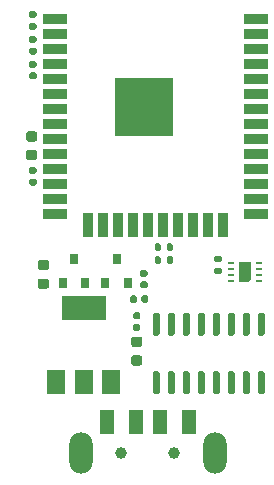
<source format=gbr>
G04 #@! TF.GenerationSoftware,KiCad,Pcbnew,(5.1.9)-1*
G04 #@! TF.CreationDate,2021-06-19T22:19:12+01:00*
G04 #@! TF.ProjectId,temp_sensor,74656d70-5f73-4656-9e73-6f722e6b6963,rev?*
G04 #@! TF.SameCoordinates,Original*
G04 #@! TF.FileFunction,Soldermask,Top*
G04 #@! TF.FilePolarity,Negative*
%FSLAX46Y46*%
G04 Gerber Fmt 4.6, Leading zero omitted, Abs format (unit mm)*
G04 Created by KiCad (PCBNEW (5.1.9)-1) date 2021-06-19 22:19:12*
%MOMM*%
%LPD*%
G01*
G04 APERTURE LIST*
%ADD10O,2.000000X3.500000*%
%ADD11R,1.200000X2.000000*%
%ADD12C,1.000000*%
%ADD13R,0.550000X0.250000*%
%ADD14C,0.100000*%
%ADD15R,2.000000X0.900000*%
%ADD16R,0.900000X2.000000*%
%ADD17R,5.000000X5.000000*%
%ADD18R,1.500000X2.000000*%
%ADD19R,3.800000X2.000000*%
%ADD20R,0.800000X0.900000*%
G04 APERTURE END LIST*
G36*
G01*
X60860000Y-62915000D02*
X60860000Y-63285000D01*
G75*
G02*
X60725000Y-63420000I-135000J0D01*
G01*
X60455000Y-63420000D01*
G75*
G02*
X60320000Y-63285000I0J135000D01*
G01*
X60320000Y-62915000D01*
G75*
G02*
X60455000Y-62780000I135000J0D01*
G01*
X60725000Y-62780000D01*
G75*
G02*
X60860000Y-62915000I0J-135000D01*
G01*
G37*
G36*
G01*
X61880000Y-62915000D02*
X61880000Y-63285000D01*
G75*
G02*
X61745000Y-63420000I-135000J0D01*
G01*
X61475000Y-63420000D01*
G75*
G02*
X61340000Y-63285000I0J135000D01*
G01*
X61340000Y-62915000D01*
G75*
G02*
X61475000Y-62780000I135000J0D01*
G01*
X61745000Y-62780000D01*
G75*
G02*
X61880000Y-62915000I0J-135000D01*
G01*
G37*
G36*
G01*
X60860000Y-61815000D02*
X60860000Y-62185000D01*
G75*
G02*
X60725000Y-62320000I-135000J0D01*
G01*
X60455000Y-62320000D01*
G75*
G02*
X60320000Y-62185000I0J135000D01*
G01*
X60320000Y-61815000D01*
G75*
G02*
X60455000Y-61680000I135000J0D01*
G01*
X60725000Y-61680000D01*
G75*
G02*
X60860000Y-61815000I0J-135000D01*
G01*
G37*
G36*
G01*
X61880000Y-61815000D02*
X61880000Y-62185000D01*
G75*
G02*
X61745000Y-62320000I-135000J0D01*
G01*
X61475000Y-62320000D01*
G75*
G02*
X61340000Y-62185000I0J135000D01*
G01*
X61340000Y-61815000D01*
G75*
G02*
X61475000Y-61680000I135000J0D01*
G01*
X61745000Y-61680000D01*
G75*
G02*
X61880000Y-61815000I0J-135000D01*
G01*
G37*
G36*
G01*
X65515000Y-63740000D02*
X65885000Y-63740000D01*
G75*
G02*
X66020000Y-63875000I0J-135000D01*
G01*
X66020000Y-64145000D01*
G75*
G02*
X65885000Y-64280000I-135000J0D01*
G01*
X65515000Y-64280000D01*
G75*
G02*
X65380000Y-64145000I0J135000D01*
G01*
X65380000Y-63875000D01*
G75*
G02*
X65515000Y-63740000I135000J0D01*
G01*
G37*
G36*
G01*
X65515000Y-62720000D02*
X65885000Y-62720000D01*
G75*
G02*
X66020000Y-62855000I0J-135000D01*
G01*
X66020000Y-63125000D01*
G75*
G02*
X65885000Y-63260000I-135000J0D01*
G01*
X65515000Y-63260000D01*
G75*
G02*
X65380000Y-63125000I0J135000D01*
G01*
X65380000Y-62855000D01*
G75*
G02*
X65515000Y-62720000I135000J0D01*
G01*
G37*
G36*
G01*
X51156250Y-63950000D02*
X50643750Y-63950000D01*
G75*
G02*
X50425000Y-63731250I0J218750D01*
G01*
X50425000Y-63293750D01*
G75*
G02*
X50643750Y-63075000I218750J0D01*
G01*
X51156250Y-63075000D01*
G75*
G02*
X51375000Y-63293750I0J-218750D01*
G01*
X51375000Y-63731250D01*
G75*
G02*
X51156250Y-63950000I-218750J0D01*
G01*
G37*
G36*
G01*
X51156250Y-65525000D02*
X50643750Y-65525000D01*
G75*
G02*
X50425000Y-65306250I0J218750D01*
G01*
X50425000Y-64868750D01*
G75*
G02*
X50643750Y-64650000I218750J0D01*
G01*
X51156250Y-64650000D01*
G75*
G02*
X51375000Y-64868750I0J-218750D01*
G01*
X51375000Y-65306250D01*
G75*
G02*
X51156250Y-65525000I-218750J0D01*
G01*
G37*
G36*
G01*
X50185000Y-42560000D02*
X49815000Y-42560000D01*
G75*
G02*
X49680000Y-42425000I0J135000D01*
G01*
X49680000Y-42155000D01*
G75*
G02*
X49815000Y-42020000I135000J0D01*
G01*
X50185000Y-42020000D01*
G75*
G02*
X50320000Y-42155000I0J-135000D01*
G01*
X50320000Y-42425000D01*
G75*
G02*
X50185000Y-42560000I-135000J0D01*
G01*
G37*
G36*
G01*
X50185000Y-43580000D02*
X49815000Y-43580000D01*
G75*
G02*
X49680000Y-43445000I0J135000D01*
G01*
X49680000Y-43175000D01*
G75*
G02*
X49815000Y-43040000I135000J0D01*
G01*
X50185000Y-43040000D01*
G75*
G02*
X50320000Y-43175000I0J-135000D01*
G01*
X50320000Y-43445000D01*
G75*
G02*
X50185000Y-43580000I-135000J0D01*
G01*
G37*
G36*
G01*
X60605000Y-69500000D02*
X60305000Y-69500000D01*
G75*
G02*
X60155000Y-69350000I0J150000D01*
G01*
X60155000Y-67700000D01*
G75*
G02*
X60305000Y-67550000I150000J0D01*
G01*
X60605000Y-67550000D01*
G75*
G02*
X60755000Y-67700000I0J-150000D01*
G01*
X60755000Y-69350000D01*
G75*
G02*
X60605000Y-69500000I-150000J0D01*
G01*
G37*
G36*
G01*
X61875000Y-69500000D02*
X61575000Y-69500000D01*
G75*
G02*
X61425000Y-69350000I0J150000D01*
G01*
X61425000Y-67700000D01*
G75*
G02*
X61575000Y-67550000I150000J0D01*
G01*
X61875000Y-67550000D01*
G75*
G02*
X62025000Y-67700000I0J-150000D01*
G01*
X62025000Y-69350000D01*
G75*
G02*
X61875000Y-69500000I-150000J0D01*
G01*
G37*
G36*
G01*
X63145000Y-69500000D02*
X62845000Y-69500000D01*
G75*
G02*
X62695000Y-69350000I0J150000D01*
G01*
X62695000Y-67700000D01*
G75*
G02*
X62845000Y-67550000I150000J0D01*
G01*
X63145000Y-67550000D01*
G75*
G02*
X63295000Y-67700000I0J-150000D01*
G01*
X63295000Y-69350000D01*
G75*
G02*
X63145000Y-69500000I-150000J0D01*
G01*
G37*
G36*
G01*
X64415000Y-69500000D02*
X64115000Y-69500000D01*
G75*
G02*
X63965000Y-69350000I0J150000D01*
G01*
X63965000Y-67700000D01*
G75*
G02*
X64115000Y-67550000I150000J0D01*
G01*
X64415000Y-67550000D01*
G75*
G02*
X64565000Y-67700000I0J-150000D01*
G01*
X64565000Y-69350000D01*
G75*
G02*
X64415000Y-69500000I-150000J0D01*
G01*
G37*
G36*
G01*
X65685000Y-69500000D02*
X65385000Y-69500000D01*
G75*
G02*
X65235000Y-69350000I0J150000D01*
G01*
X65235000Y-67700000D01*
G75*
G02*
X65385000Y-67550000I150000J0D01*
G01*
X65685000Y-67550000D01*
G75*
G02*
X65835000Y-67700000I0J-150000D01*
G01*
X65835000Y-69350000D01*
G75*
G02*
X65685000Y-69500000I-150000J0D01*
G01*
G37*
G36*
G01*
X66955000Y-69500000D02*
X66655000Y-69500000D01*
G75*
G02*
X66505000Y-69350000I0J150000D01*
G01*
X66505000Y-67700000D01*
G75*
G02*
X66655000Y-67550000I150000J0D01*
G01*
X66955000Y-67550000D01*
G75*
G02*
X67105000Y-67700000I0J-150000D01*
G01*
X67105000Y-69350000D01*
G75*
G02*
X66955000Y-69500000I-150000J0D01*
G01*
G37*
G36*
G01*
X68225000Y-69500000D02*
X67925000Y-69500000D01*
G75*
G02*
X67775000Y-69350000I0J150000D01*
G01*
X67775000Y-67700000D01*
G75*
G02*
X67925000Y-67550000I150000J0D01*
G01*
X68225000Y-67550000D01*
G75*
G02*
X68375000Y-67700000I0J-150000D01*
G01*
X68375000Y-69350000D01*
G75*
G02*
X68225000Y-69500000I-150000J0D01*
G01*
G37*
G36*
G01*
X69495000Y-69500000D02*
X69195000Y-69500000D01*
G75*
G02*
X69045000Y-69350000I0J150000D01*
G01*
X69045000Y-67700000D01*
G75*
G02*
X69195000Y-67550000I150000J0D01*
G01*
X69495000Y-67550000D01*
G75*
G02*
X69645000Y-67700000I0J-150000D01*
G01*
X69645000Y-69350000D01*
G75*
G02*
X69495000Y-69500000I-150000J0D01*
G01*
G37*
G36*
G01*
X69495000Y-74450000D02*
X69195000Y-74450000D01*
G75*
G02*
X69045000Y-74300000I0J150000D01*
G01*
X69045000Y-72650000D01*
G75*
G02*
X69195000Y-72500000I150000J0D01*
G01*
X69495000Y-72500000D01*
G75*
G02*
X69645000Y-72650000I0J-150000D01*
G01*
X69645000Y-74300000D01*
G75*
G02*
X69495000Y-74450000I-150000J0D01*
G01*
G37*
G36*
G01*
X68225000Y-74450000D02*
X67925000Y-74450000D01*
G75*
G02*
X67775000Y-74300000I0J150000D01*
G01*
X67775000Y-72650000D01*
G75*
G02*
X67925000Y-72500000I150000J0D01*
G01*
X68225000Y-72500000D01*
G75*
G02*
X68375000Y-72650000I0J-150000D01*
G01*
X68375000Y-74300000D01*
G75*
G02*
X68225000Y-74450000I-150000J0D01*
G01*
G37*
G36*
G01*
X66955000Y-74450000D02*
X66655000Y-74450000D01*
G75*
G02*
X66505000Y-74300000I0J150000D01*
G01*
X66505000Y-72650000D01*
G75*
G02*
X66655000Y-72500000I150000J0D01*
G01*
X66955000Y-72500000D01*
G75*
G02*
X67105000Y-72650000I0J-150000D01*
G01*
X67105000Y-74300000D01*
G75*
G02*
X66955000Y-74450000I-150000J0D01*
G01*
G37*
G36*
G01*
X65685000Y-74450000D02*
X65385000Y-74450000D01*
G75*
G02*
X65235000Y-74300000I0J150000D01*
G01*
X65235000Y-72650000D01*
G75*
G02*
X65385000Y-72500000I150000J0D01*
G01*
X65685000Y-72500000D01*
G75*
G02*
X65835000Y-72650000I0J-150000D01*
G01*
X65835000Y-74300000D01*
G75*
G02*
X65685000Y-74450000I-150000J0D01*
G01*
G37*
G36*
G01*
X64415000Y-74450000D02*
X64115000Y-74450000D01*
G75*
G02*
X63965000Y-74300000I0J150000D01*
G01*
X63965000Y-72650000D01*
G75*
G02*
X64115000Y-72500000I150000J0D01*
G01*
X64415000Y-72500000D01*
G75*
G02*
X64565000Y-72650000I0J-150000D01*
G01*
X64565000Y-74300000D01*
G75*
G02*
X64415000Y-74450000I-150000J0D01*
G01*
G37*
G36*
G01*
X63145000Y-74450000D02*
X62845000Y-74450000D01*
G75*
G02*
X62695000Y-74300000I0J150000D01*
G01*
X62695000Y-72650000D01*
G75*
G02*
X62845000Y-72500000I150000J0D01*
G01*
X63145000Y-72500000D01*
G75*
G02*
X63295000Y-72650000I0J-150000D01*
G01*
X63295000Y-74300000D01*
G75*
G02*
X63145000Y-74450000I-150000J0D01*
G01*
G37*
G36*
G01*
X61875000Y-74450000D02*
X61575000Y-74450000D01*
G75*
G02*
X61425000Y-74300000I0J150000D01*
G01*
X61425000Y-72650000D01*
G75*
G02*
X61575000Y-72500000I150000J0D01*
G01*
X61875000Y-72500000D01*
G75*
G02*
X62025000Y-72650000I0J-150000D01*
G01*
X62025000Y-74300000D01*
G75*
G02*
X61875000Y-74450000I-150000J0D01*
G01*
G37*
G36*
G01*
X60605000Y-74450000D02*
X60305000Y-74450000D01*
G75*
G02*
X60155000Y-74300000I0J150000D01*
G01*
X60155000Y-72650000D01*
G75*
G02*
X60305000Y-72500000I150000J0D01*
G01*
X60605000Y-72500000D01*
G75*
G02*
X60755000Y-72650000I0J-150000D01*
G01*
X60755000Y-74300000D01*
G75*
G02*
X60605000Y-74450000I-150000J0D01*
G01*
G37*
D10*
X54050000Y-79400000D03*
X65450000Y-79400000D03*
D11*
X56250000Y-76800000D03*
X58750000Y-76800000D03*
X60750000Y-76800000D03*
X63250000Y-76800000D03*
D12*
X62000000Y-79400000D03*
X57500000Y-79400000D03*
D13*
X69175000Y-64850000D03*
X69175000Y-64350000D03*
X69175000Y-63850000D03*
X69175000Y-63350000D03*
X66825000Y-63350000D03*
X66825000Y-63850000D03*
X66825000Y-64350000D03*
X66825000Y-64850000D03*
D14*
G36*
X67500000Y-63250000D02*
G01*
X68500000Y-63250000D01*
X68500000Y-64650000D01*
X68200000Y-64950000D01*
X67500000Y-64950000D01*
X67500000Y-63250000D01*
G37*
G36*
G01*
X50172500Y-55810000D02*
X49827500Y-55810000D01*
G75*
G02*
X49680000Y-55662500I0J147500D01*
G01*
X49680000Y-55367500D01*
G75*
G02*
X49827500Y-55220000I147500J0D01*
G01*
X50172500Y-55220000D01*
G75*
G02*
X50320000Y-55367500I0J-147500D01*
G01*
X50320000Y-55662500D01*
G75*
G02*
X50172500Y-55810000I-147500J0D01*
G01*
G37*
G36*
G01*
X50172500Y-56780000D02*
X49827500Y-56780000D01*
G75*
G02*
X49680000Y-56632500I0J147500D01*
G01*
X49680000Y-56337500D01*
G75*
G02*
X49827500Y-56190000I147500J0D01*
G01*
X50172500Y-56190000D01*
G75*
G02*
X50320000Y-56337500I0J-147500D01*
G01*
X50320000Y-56632500D01*
G75*
G02*
X50172500Y-56780000I-147500J0D01*
G01*
G37*
G36*
G01*
X49643750Y-53750000D02*
X50156250Y-53750000D01*
G75*
G02*
X50375000Y-53968750I0J-218750D01*
G01*
X50375000Y-54406250D01*
G75*
G02*
X50156250Y-54625000I-218750J0D01*
G01*
X49643750Y-54625000D01*
G75*
G02*
X49425000Y-54406250I0J218750D01*
G01*
X49425000Y-53968750D01*
G75*
G02*
X49643750Y-53750000I218750J0D01*
G01*
G37*
G36*
G01*
X49643750Y-52175000D02*
X50156250Y-52175000D01*
G75*
G02*
X50375000Y-52393750I0J-218750D01*
G01*
X50375000Y-52831250D01*
G75*
G02*
X50156250Y-53050000I-218750J0D01*
G01*
X49643750Y-53050000D01*
G75*
G02*
X49425000Y-52831250I0J218750D01*
G01*
X49425000Y-52393750D01*
G75*
G02*
X49643750Y-52175000I218750J0D01*
G01*
G37*
D15*
X68900000Y-42645000D03*
X68900000Y-43915000D03*
X68900000Y-45185000D03*
X68900000Y-46455000D03*
X68900000Y-47725000D03*
X68900000Y-48995000D03*
X68900000Y-50265000D03*
X68900000Y-51535000D03*
X68900000Y-52805000D03*
X68900000Y-54075000D03*
X68900000Y-55345000D03*
X68900000Y-56615000D03*
X68900000Y-57885000D03*
X68900000Y-59155000D03*
D16*
X66115000Y-60155000D03*
X64845000Y-60155000D03*
X63575000Y-60155000D03*
X62305000Y-60155000D03*
X61035000Y-60155000D03*
X59765000Y-60155000D03*
X58495000Y-60155000D03*
X57225000Y-60155000D03*
X55955000Y-60155000D03*
X54685000Y-60155000D03*
D15*
X51900000Y-59155000D03*
X51900000Y-57885000D03*
X51900000Y-56615000D03*
X51900000Y-55345000D03*
X51900000Y-54075000D03*
X51900000Y-52805000D03*
X51900000Y-51535000D03*
X51900000Y-50265000D03*
X51900000Y-48995000D03*
X51900000Y-47725000D03*
X51900000Y-46455000D03*
X51900000Y-45185000D03*
X51900000Y-43915000D03*
X51900000Y-42645000D03*
D17*
X59400000Y-50145000D03*
D18*
X52000000Y-73450000D03*
X56600000Y-73450000D03*
X54300000Y-73450000D03*
D19*
X54300000Y-67150000D03*
G36*
G01*
X50172500Y-44710000D02*
X49827500Y-44710000D01*
G75*
G02*
X49680000Y-44562500I0J147500D01*
G01*
X49680000Y-44267500D01*
G75*
G02*
X49827500Y-44120000I147500J0D01*
G01*
X50172500Y-44120000D01*
G75*
G02*
X50320000Y-44267500I0J-147500D01*
G01*
X50320000Y-44562500D01*
G75*
G02*
X50172500Y-44710000I-147500J0D01*
G01*
G37*
G36*
G01*
X50172500Y-45680000D02*
X49827500Y-45680000D01*
G75*
G02*
X49680000Y-45532500I0J147500D01*
G01*
X49680000Y-45237500D01*
G75*
G02*
X49827500Y-45090000I147500J0D01*
G01*
X50172500Y-45090000D01*
G75*
G02*
X50320000Y-45237500I0J-147500D01*
G01*
X50320000Y-45532500D01*
G75*
G02*
X50172500Y-45680000I-147500J0D01*
G01*
G37*
G36*
G01*
X58810000Y-66227500D02*
X58810000Y-66572500D01*
G75*
G02*
X58662500Y-66720000I-147500J0D01*
G01*
X58367500Y-66720000D01*
G75*
G02*
X58220000Y-66572500I0J147500D01*
G01*
X58220000Y-66227500D01*
G75*
G02*
X58367500Y-66080000I147500J0D01*
G01*
X58662500Y-66080000D01*
G75*
G02*
X58810000Y-66227500I0J-147500D01*
G01*
G37*
G36*
G01*
X59780000Y-66227500D02*
X59780000Y-66572500D01*
G75*
G02*
X59632500Y-66720000I-147500J0D01*
G01*
X59337500Y-66720000D01*
G75*
G02*
X59190000Y-66572500I0J147500D01*
G01*
X59190000Y-66227500D01*
G75*
G02*
X59337500Y-66080000I147500J0D01*
G01*
X59632500Y-66080000D01*
G75*
G02*
X59780000Y-66227500I0J-147500D01*
G01*
G37*
G36*
G01*
X59227500Y-64890000D02*
X59572500Y-64890000D01*
G75*
G02*
X59720000Y-65037500I0J-147500D01*
G01*
X59720000Y-65332500D01*
G75*
G02*
X59572500Y-65480000I-147500J0D01*
G01*
X59227500Y-65480000D01*
G75*
G02*
X59080000Y-65332500I0J147500D01*
G01*
X59080000Y-65037500D01*
G75*
G02*
X59227500Y-64890000I147500J0D01*
G01*
G37*
G36*
G01*
X59227500Y-63920000D02*
X59572500Y-63920000D01*
G75*
G02*
X59720000Y-64067500I0J-147500D01*
G01*
X59720000Y-64362500D01*
G75*
G02*
X59572500Y-64510000I-147500J0D01*
G01*
X59227500Y-64510000D01*
G75*
G02*
X59080000Y-64362500I0J147500D01*
G01*
X59080000Y-64067500D01*
G75*
G02*
X59227500Y-63920000I147500J0D01*
G01*
G37*
D20*
X57100000Y-63000000D03*
X58050000Y-65000000D03*
X56150000Y-65000000D03*
X53500000Y-63000000D03*
X54450000Y-65000000D03*
X52550000Y-65000000D03*
G36*
G01*
X49827500Y-47190000D02*
X50172500Y-47190000D01*
G75*
G02*
X50320000Y-47337500I0J-147500D01*
G01*
X50320000Y-47632500D01*
G75*
G02*
X50172500Y-47780000I-147500J0D01*
G01*
X49827500Y-47780000D01*
G75*
G02*
X49680000Y-47632500I0J147500D01*
G01*
X49680000Y-47337500D01*
G75*
G02*
X49827500Y-47190000I147500J0D01*
G01*
G37*
G36*
G01*
X49827500Y-46220000D02*
X50172500Y-46220000D01*
G75*
G02*
X50320000Y-46367500I0J-147500D01*
G01*
X50320000Y-46662500D01*
G75*
G02*
X50172500Y-46810000I-147500J0D01*
G01*
X49827500Y-46810000D01*
G75*
G02*
X49680000Y-46662500I0J147500D01*
G01*
X49680000Y-46367500D01*
G75*
G02*
X49827500Y-46220000I147500J0D01*
G01*
G37*
G36*
G01*
X59056250Y-70450000D02*
X58543750Y-70450000D01*
G75*
G02*
X58325000Y-70231250I0J218750D01*
G01*
X58325000Y-69793750D01*
G75*
G02*
X58543750Y-69575000I218750J0D01*
G01*
X59056250Y-69575000D01*
G75*
G02*
X59275000Y-69793750I0J-218750D01*
G01*
X59275000Y-70231250D01*
G75*
G02*
X59056250Y-70450000I-218750J0D01*
G01*
G37*
G36*
G01*
X59056250Y-72025000D02*
X58543750Y-72025000D01*
G75*
G02*
X58325000Y-71806250I0J218750D01*
G01*
X58325000Y-71368750D01*
G75*
G02*
X58543750Y-71150000I218750J0D01*
G01*
X59056250Y-71150000D01*
G75*
G02*
X59275000Y-71368750I0J-218750D01*
G01*
X59275000Y-71806250D01*
G75*
G02*
X59056250Y-72025000I-218750J0D01*
G01*
G37*
G36*
G01*
X58627500Y-68490000D02*
X58972500Y-68490000D01*
G75*
G02*
X59120000Y-68637500I0J-147500D01*
G01*
X59120000Y-68932500D01*
G75*
G02*
X58972500Y-69080000I-147500J0D01*
G01*
X58627500Y-69080000D01*
G75*
G02*
X58480000Y-68932500I0J147500D01*
G01*
X58480000Y-68637500D01*
G75*
G02*
X58627500Y-68490000I147500J0D01*
G01*
G37*
G36*
G01*
X58627500Y-67520000D02*
X58972500Y-67520000D01*
G75*
G02*
X59120000Y-67667500I0J-147500D01*
G01*
X59120000Y-67962500D01*
G75*
G02*
X58972500Y-68110000I-147500J0D01*
G01*
X58627500Y-68110000D01*
G75*
G02*
X58480000Y-67962500I0J147500D01*
G01*
X58480000Y-67667500D01*
G75*
G02*
X58627500Y-67520000I147500J0D01*
G01*
G37*
M02*

</source>
